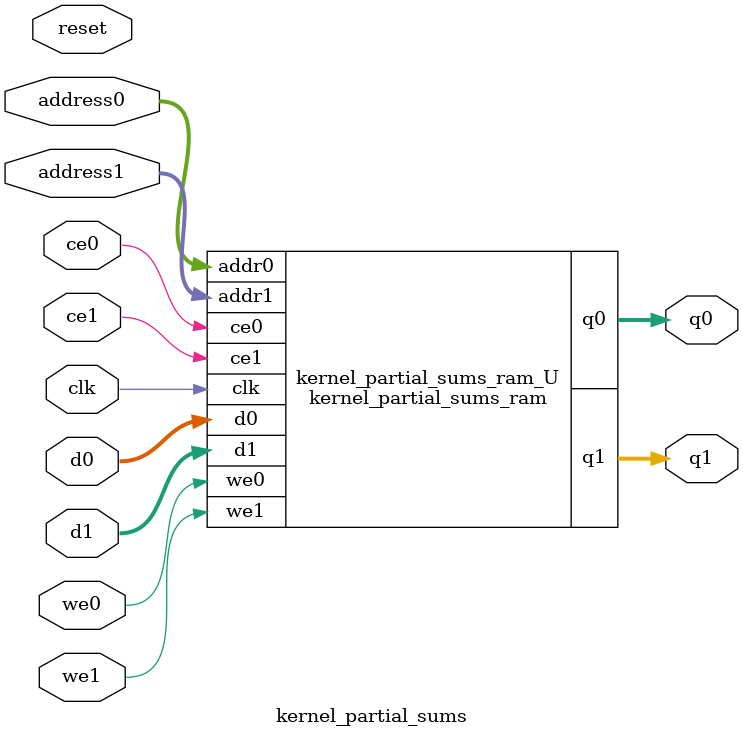
<source format=v>
`timescale 1 ns / 1 ps
module kernel_partial_sums_ram (addr0, ce0, d0, we0, q0, addr1, ce1, d1, we1, q1,  clk);

parameter DWIDTH = 32;
parameter AWIDTH = 5;
parameter MEM_SIZE = 24;

input[AWIDTH-1:0] addr0;
input ce0;
input[DWIDTH-1:0] d0;
input we0;
output reg[DWIDTH-1:0] q0;
input[AWIDTH-1:0] addr1;
input ce1;
input[DWIDTH-1:0] d1;
input we1;
output reg[DWIDTH-1:0] q1;
input clk;

(* ram_style = "block" *)reg [DWIDTH-1:0] ram[0:MEM_SIZE-1];




always @(posedge clk)  
begin 
    if (ce0) begin
        if (we0) 
            ram[addr0] <= d0; 
        q0 <= ram[addr0];
    end
end


always @(posedge clk)  
begin 
    if (ce1) begin
        if (we1) 
            ram[addr1] <= d1; 
        q1 <= ram[addr1];
    end
end


endmodule

`timescale 1 ns / 1 ps
module kernel_partial_sums(
    reset,
    clk,
    address0,
    ce0,
    we0,
    d0,
    q0,
    address1,
    ce1,
    we1,
    d1,
    q1);

parameter DataWidth = 32'd32;
parameter AddressRange = 32'd24;
parameter AddressWidth = 32'd5;
input reset;
input clk;
input[AddressWidth - 1:0] address0;
input ce0;
input we0;
input[DataWidth - 1:0] d0;
output[DataWidth - 1:0] q0;
input[AddressWidth - 1:0] address1;
input ce1;
input we1;
input[DataWidth - 1:0] d1;
output[DataWidth - 1:0] q1;



kernel_partial_sums_ram kernel_partial_sums_ram_U(
    .clk( clk ),
    .addr0( address0 ),
    .ce0( ce0 ),
    .we0( we0 ),
    .d0( d0 ),
    .q0( q0 ),
    .addr1( address1 ),
    .ce1( ce1 ),
    .we1( we1 ),
    .d1( d1 ),
    .q1( q1 ));

endmodule


</source>
